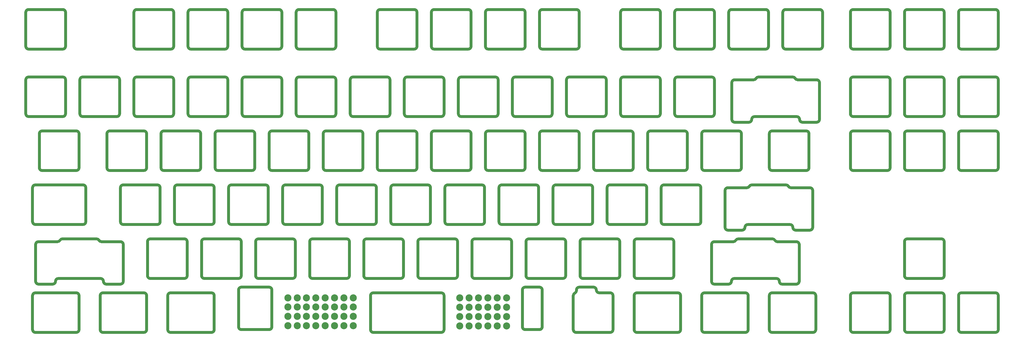
<source format=gbr>
%TF.GenerationSoftware,KiCad,Pcbnew,(5.1.9)-1*%
%TF.CreationDate,2021-02-08T17:33:52+01:00*%
%TF.ProjectId,P.01_ANSI,502e3031-5f41-44e5-9349-2e6b69636164,rev?*%
%TF.SameCoordinates,Original*%
%TF.FileFunction,Soldermask,Bot*%
%TF.FilePolarity,Negative*%
%FSLAX46Y46*%
G04 Gerber Fmt 4.6, Leading zero omitted, Abs format (unit mm)*
G04 Created by KiCad (PCBNEW (5.1.9)-1) date 2021-02-08 17:33:52*
%MOMM*%
%LPD*%
G01*
G04 APERTURE LIST*
%ADD10C,1.000000*%
%ADD11C,2.500000*%
G04 APERTURE END LIST*
D10*
X-9813799Y-39027099D02*
X-9813799Y-51027099D01*
X-9813800Y-74839599D02*
X-9813800Y-62839599D01*
X185161200Y-81889605D02*
X185161199Y-93889605D01*
X171161200Y-81889604D02*
G75*
G02*
X172161200Y-80889604I1000000J0D01*
G01*
X172161199Y-94889604D02*
G75*
G02*
X171161199Y-93889604I0J1000000D01*
G01*
X171161199Y-93889604D02*
X171161200Y-81889604D01*
X127011200Y-80889603D02*
X115011200Y-80889603D01*
X89911199Y-93889602D02*
G75*
G02*
X88911199Y-94889602I-1000000J0D01*
G01*
X114011200Y-81889603D02*
X114011199Y-93889603D01*
X185161199Y-93889605D02*
G75*
G02*
X184161199Y-94889605I-1000000J0D01*
G01*
X115011199Y-94889603D02*
G75*
G02*
X114011199Y-93889603I0J1000000D01*
G01*
X89911199Y-93889602D02*
X89911200Y-81889602D01*
X128011199Y-93889603D02*
X128011200Y-81889603D01*
X128011199Y-93889603D02*
G75*
G02*
X127011199Y-94889603I-1000000J0D01*
G01*
X115011199Y-94889603D02*
X127011199Y-94889603D01*
X127011200Y-80889603D02*
G75*
G02*
X128011200Y-81889603I0J-1000000D01*
G01*
X114011200Y-81889603D02*
G75*
G02*
X115011200Y-80889603I1000000J0D01*
G01*
X184161200Y-80889605D02*
G75*
G02*
X185161200Y-81889605I0J-1000000D01*
G01*
X76911199Y-94889602D02*
G75*
G02*
X75911199Y-93889602I0J1000000D01*
G01*
X172161200Y-80889604D02*
X184161200Y-80889605D01*
X76911199Y-94889602D02*
X88911199Y-94889602D01*
X184161199Y-94889605D02*
X172161199Y-94889604D01*
X134061201Y-52027103D02*
X146061201Y-52027104D01*
X137536200Y-74839603D02*
G75*
G02*
X136536200Y-75839603I-1000000J0D01*
G01*
X124536200Y-61839603D02*
X136536200Y-61839603D01*
X123536200Y-74839603D02*
X123536200Y-62839603D01*
X94673699Y-100939602D02*
X94673699Y-112939602D01*
X150823699Y-113939604D02*
X138823699Y-113939604D01*
X80673699Y-100939602D02*
G75*
G02*
X81673699Y-99939602I1000000J0D01*
G01*
X93673699Y-113939602D02*
X81673699Y-113939602D01*
X150823699Y-99939604D02*
G75*
G02*
X151823699Y-100939604I0J-1000000D01*
G01*
X142586200Y-62839604D02*
G75*
G02*
X143586200Y-61839604I1000000J0D01*
G01*
X138823699Y-113939604D02*
G75*
G02*
X137823699Y-112939604I0J1000000D01*
G01*
X253123698Y-152039607D02*
G75*
G02*
X252123698Y-151039607I0J1000000D01*
G01*
X137536200Y-62839604D02*
X137536200Y-74839604D01*
X80673699Y-112939602D02*
X80673699Y-100939602D01*
X252123698Y-139039607D02*
G75*
G02*
X253123698Y-138039607I1000000J0D01*
G01*
X143586200Y-61839604D02*
X155586200Y-61839604D01*
X136536201Y-61839603D02*
G75*
G02*
X137536200Y-62839604I-1J-1000000D01*
G01*
X143586200Y-75839604D02*
G75*
G02*
X142586200Y-74839604I0J1000000D01*
G01*
X165111201Y-38027104D02*
G75*
G02*
X166111201Y-39027104I0J-1000000D01*
G01*
X267504948Y-138039607D02*
G75*
G02*
X268504948Y-139039607I0J-1000000D01*
G01*
X133061201Y-39027103D02*
G75*
G02*
X134061201Y-38027103I1000000J0D01*
G01*
X94673699Y-112939602D02*
G75*
G02*
X93673699Y-113939602I-1000000J0D01*
G01*
X123536200Y-62839603D02*
G75*
G02*
X124536200Y-61839603I1000000J0D01*
G01*
X153111201Y-52027104D02*
G75*
G02*
X152111201Y-51027104I0J1000000D01*
G01*
X88911200Y-80889602D02*
X76911200Y-80889602D01*
X136536200Y-75839603D02*
X124536200Y-75839603D01*
X156586200Y-62839604D02*
X156586200Y-74839604D01*
X81673699Y-99939602D02*
X93673699Y-99939602D01*
X133061201Y-39027103D02*
X133061201Y-51027103D01*
X252123698Y-151039607D02*
X252123698Y-139039607D01*
X93673699Y-99939602D02*
G75*
G02*
X94673699Y-100939602I0J-1000000D01*
G01*
X153111201Y-52027104D02*
X165111201Y-52027104D01*
X268504948Y-151039607D02*
G75*
G02*
X267504948Y-152039607I-1000000J0D01*
G01*
X75911200Y-81889602D02*
G75*
G02*
X76911200Y-80889602I1000000J0D01*
G01*
X81673699Y-113939602D02*
G75*
G02*
X80673699Y-112939602I0J1000000D01*
G01*
X146061201Y-38027104D02*
G75*
G02*
X147061201Y-39027104I0J-1000000D01*
G01*
X147061201Y-51027104D02*
G75*
G02*
X146061201Y-52027104I-1000000J0D01*
G01*
X151823699Y-112939604D02*
G75*
G02*
X150823699Y-113939604I-1000000J0D01*
G01*
X138823699Y-99939604D02*
X150823699Y-99939604D01*
X137823699Y-112939604D02*
X137823699Y-100939604D01*
X152111201Y-39027104D02*
G75*
G02*
X153111201Y-38027104I1000000J0D01*
G01*
X156586200Y-74839604D02*
G75*
G02*
X155586200Y-75839604I-1000000J0D01*
G01*
X267504948Y-152039607D02*
X253123698Y-152039607D01*
X146061201Y-38027104D02*
X134061201Y-38027103D01*
X124536200Y-75839603D02*
G75*
G02*
X123536200Y-74839603I0J1000000D01*
G01*
X152111201Y-39027104D02*
X152111201Y-51027104D01*
X166111201Y-51027104D02*
X166111201Y-39027104D01*
X155586200Y-75839604D02*
X143586200Y-75839604D01*
X75623699Y-112939602D02*
X75623699Y-100939602D01*
X137823699Y-100939604D02*
G75*
G02*
X138823699Y-99939604I1000000J0D01*
G01*
X62623699Y-113939601D02*
G75*
G02*
X61623699Y-112939601I0J1000000D01*
G01*
X62623699Y-113939601D02*
X74623699Y-113939602D01*
X253123698Y-138039607D02*
X267504948Y-138039607D01*
X75623699Y-112939602D02*
G75*
G02*
X74623699Y-113939602I-1000000J0D01*
G01*
X166111201Y-51027104D02*
G75*
G02*
X165111201Y-52027104I-1000000J0D01*
G01*
X147061201Y-51027104D02*
X147061201Y-39027104D01*
X134061201Y-52027103D02*
G75*
G02*
X133061201Y-51027103I0J1000000D01*
G01*
X151823699Y-100939604D02*
X151823699Y-112939604D01*
X268504948Y-139039607D02*
X268504948Y-151039607D01*
X142586200Y-74839604D02*
X142586200Y-62839604D01*
X155586200Y-61839604D02*
G75*
G02*
X156586200Y-62839604I0J-1000000D01*
G01*
X165111201Y-38027104D02*
X153111201Y-38027104D01*
X75911200Y-81889602D02*
X75911199Y-93889602D01*
X88911200Y-80889602D02*
G75*
G02*
X89911200Y-81889602I0J-1000000D01*
G01*
X195973699Y-113939605D02*
G75*
G02*
X194973699Y-112939605I0J1000000D01*
G01*
X146061199Y-94889604D02*
X134061199Y-94889603D01*
X133061199Y-93889603D02*
X133061200Y-81889603D01*
X147061199Y-93889604D02*
G75*
G02*
X146061199Y-94889604I-1000000J0D01*
G01*
X196067448Y-138039605D02*
G75*
G02*
X197067448Y-139039605I0J-1000000D01*
G01*
X146061200Y-80889604D02*
G75*
G02*
X147061200Y-81889604I0J-1000000D01*
G01*
X195973699Y-113939605D02*
X207973699Y-113939605D01*
X134061199Y-94889603D02*
G75*
G02*
X133061199Y-93889603I0J1000000D01*
G01*
X208973699Y-112939606D02*
X208973699Y-100939606D01*
X200736200Y-75839605D02*
G75*
G02*
X199736200Y-74839605I0J1000000D01*
G01*
X196067448Y-138039605D02*
X192186198Y-138039605D01*
X213736200Y-74839606D02*
G75*
G02*
X212736200Y-75839606I-1000000J0D01*
G01*
X184186198Y-137039605D02*
X184186198Y-137244222D01*
X207973699Y-99939605D02*
X195973699Y-99939605D01*
X199736200Y-74839605D02*
X199736200Y-62839605D01*
X199736200Y-62839605D02*
G75*
G02*
X200736200Y-61839605I1000000J0D01*
G01*
X134061200Y-80889603D02*
X146061200Y-80889604D01*
X133061200Y-81889603D02*
G75*
G02*
X134061200Y-80889603I1000000J0D01*
G01*
X113723699Y-112939603D02*
X113723699Y-100939603D01*
X117486200Y-61839603D02*
G75*
G02*
X118486200Y-62839603I0J-1000000D01*
G01*
X190186198Y-136039605D02*
G75*
G02*
X191186198Y-137039605I0J-1000000D01*
G01*
X213736200Y-62839606D02*
X213736200Y-74839606D01*
X99723699Y-100939602D02*
X99723699Y-112939602D01*
X208973699Y-112939605D02*
G75*
G02*
X207973699Y-113939605I-1000000J0D01*
G01*
X194973699Y-100939605D02*
X194973699Y-112939605D01*
X200736200Y-61839605D02*
X212736200Y-61839606D01*
X184186199Y-137244222D02*
G75*
G02*
X183626823Y-138141914I-1000001J0D01*
G01*
X100723699Y-113939602D02*
X112723699Y-113939603D01*
X118486200Y-62839603D02*
X118486200Y-74839603D01*
X212736200Y-75839606D02*
X200736200Y-75839605D01*
X117486200Y-75839603D02*
X105486200Y-75839603D01*
X190186198Y-136039605D02*
X185186198Y-136039605D01*
X112723699Y-99939603D02*
X100723699Y-99939602D01*
X100723699Y-113939602D02*
G75*
G02*
X99723699Y-112939602I0J1000000D01*
G01*
X118486200Y-74839603D02*
G75*
G02*
X117486200Y-75839603I-1000000J0D01*
G01*
X183067448Y-139039605D02*
G75*
G02*
X183626823Y-138141914I1000000J0D01*
G01*
X113723699Y-112939603D02*
G75*
G02*
X112723699Y-113939603I-1000000J0D01*
G01*
X61623699Y-100939601D02*
X61623699Y-112939601D01*
X74623699Y-99939602D02*
X62623699Y-99939601D01*
X147061200Y-81889604D02*
X147061199Y-93889604D01*
X184186198Y-137039605D02*
G75*
G02*
X185186198Y-136039605I1000000J0D01*
G01*
X197067448Y-151039605D02*
G75*
G02*
X196067448Y-152039605I-1000000J0D01*
G01*
X183067448Y-139039605D02*
X183067448Y-151039605D01*
X112723699Y-99939603D02*
G75*
G02*
X113723699Y-100939603I0J-1000000D01*
G01*
X184067448Y-152039605D02*
G75*
G02*
X183067448Y-151039605I0J1000000D01*
G01*
X207973700Y-99939605D02*
G75*
G02*
X208973699Y-100939606I-1J-1000000D01*
G01*
X184067448Y-152039605D02*
X196067448Y-152039605D01*
X212736200Y-61839606D02*
G75*
G02*
X213736200Y-62839606I0J-1000000D01*
G01*
X61623699Y-100939601D02*
G75*
G02*
X62623699Y-99939601I1000000J0D01*
G01*
X74623699Y-99939602D02*
G75*
G02*
X75623699Y-100939602I0J-1000000D01*
G01*
X194973699Y-100939605D02*
G75*
G02*
X195973699Y-99939605I1000000J0D01*
G01*
X197067448Y-151039605D02*
X197067448Y-139039605D01*
X192186198Y-138039605D02*
G75*
G02*
X191186198Y-137039605I0J1000000D01*
G01*
X99723699Y-100939602D02*
G75*
G02*
X100723699Y-99939602I1000000J0D01*
G01*
X103198699Y-118989603D02*
G75*
G02*
X104198699Y-119989603I0J-1000000D01*
G01*
X90198699Y-119989602D02*
G75*
G02*
X91198699Y-118989602I1000000J0D01*
G01*
X128298699Y-119989603D02*
X128298698Y-131989603D01*
X90198699Y-119989602D02*
X90198698Y-131989602D01*
X91198698Y-132989602D02*
G75*
G02*
X90198698Y-131989602I0J1000000D01*
G01*
X103198699Y-118989603D02*
X91198699Y-118989602D01*
X141298699Y-118989604D02*
X129298699Y-118989603D01*
X105486200Y-61839603D02*
X117486200Y-61839603D01*
X104486200Y-62839603D02*
G75*
G02*
X105486200Y-61839603I1000000J0D01*
G01*
X105486200Y-75839603D02*
G75*
G02*
X104486200Y-74839603I0J1000000D01*
G01*
X104486200Y-74839603D02*
X104486200Y-62839603D01*
X142298698Y-131989604D02*
X142298699Y-119989604D01*
X142298698Y-131989604D02*
G75*
G02*
X141298698Y-132989604I-1000000J0D01*
G01*
X128298699Y-119989603D02*
G75*
G02*
X129298699Y-118989603I1000000J0D01*
G01*
X129298698Y-132989603D02*
X141298698Y-132989604D01*
X129298698Y-132989603D02*
G75*
G02*
X128298698Y-131989603I0J1000000D01*
G01*
X141298699Y-118989604D02*
G75*
G02*
X142298699Y-119989604I0J-1000000D01*
G01*
X136536199Y-138039603D02*
G75*
G02*
X137536198Y-139039604I-1J-1000000D01*
G01*
X243541949Y-114939607D02*
G75*
G02*
X244541949Y-113939607I1000000J0D01*
G01*
X267417949Y-114939607D02*
G75*
G02*
X266417949Y-115939607I-1000000J0D01*
G01*
X259712000Y-100939607D02*
G75*
G02*
X258845975Y-100439607I0J1000000D01*
G01*
X137536198Y-151039604D02*
X137536198Y-139039604D01*
X137536198Y-151039603D02*
G75*
G02*
X136536198Y-152039603I-1000000J0D01*
G01*
X112629948Y-152039603D02*
X136536198Y-152039603D01*
X243541949Y-114939606D02*
G75*
G02*
X242541949Y-115939606I-1000000J0D01*
G01*
X111629948Y-139039603D02*
X111629948Y-151039603D01*
X229311199Y-94889606D02*
G75*
G02*
X228311199Y-93889606I0J1000000D01*
G01*
X111629948Y-139039603D02*
G75*
G02*
X112629948Y-138039603I1000000J0D01*
G01*
X229311199Y-94889606D02*
X241311199Y-94889606D01*
X237541949Y-100939606D02*
X244247898Y-100939606D01*
X65098699Y-118989601D02*
X53098699Y-118989601D01*
X261417949Y-115939607D02*
G75*
G02*
X260417949Y-114939607I0J1000000D01*
G01*
X257979949Y-99939606D02*
G75*
G02*
X258845975Y-100439607I0J-1000001D01*
G01*
X66098698Y-131989602D02*
X66098699Y-119989602D01*
X160348698Y-132989604D02*
X148348698Y-132989604D01*
X147348699Y-119989604D02*
G75*
G02*
X148348699Y-118989604I1000000J0D01*
G01*
X52098699Y-119989601D02*
G75*
G02*
X53098699Y-118989601I1000000J0D01*
G01*
X267417949Y-101939607D02*
X267417949Y-114939607D01*
X174636200Y-61839605D02*
G75*
G02*
X175636200Y-62839605I0J-1000000D01*
G01*
X148348698Y-132989604D02*
G75*
G02*
X147348698Y-131989604I0J1000000D01*
G01*
X160348699Y-118989604D02*
G75*
G02*
X161348699Y-119989604I0J-1000000D01*
G01*
X161636200Y-74839604D02*
X161636200Y-62839604D01*
X237541949Y-115939606D02*
G75*
G02*
X236541949Y-114939606I0J1000000D01*
G01*
X66098698Y-131989601D02*
G75*
G02*
X65098698Y-132989601I-1000000J0D01*
G01*
X245113923Y-100439606D02*
G75*
G02*
X244247898Y-100939606I-866025J500000D01*
G01*
X175636200Y-62839605D02*
X175636200Y-74839605D01*
X53098698Y-132989601D02*
G75*
G02*
X52098698Y-131989601I0J1000000D01*
G01*
X266417949Y-115939607D02*
X261417949Y-115939607D01*
X259712000Y-100939607D02*
X266417949Y-100939607D01*
X174636200Y-75839605D02*
X162636200Y-75839604D01*
X65098700Y-118989601D02*
G75*
G02*
X66098699Y-119989602I-1J-1000000D01*
G01*
X236541949Y-114939606D02*
X236541949Y-101939606D01*
X242541949Y-115939606D02*
X237541949Y-115939606D01*
X259417949Y-113939607D02*
X244541949Y-113939607D01*
X52098699Y-119989601D02*
X52098698Y-131989601D01*
X161348699Y-119989604D02*
X161348698Y-131989604D01*
X162636200Y-61839604D02*
X174636200Y-61839605D01*
X175636200Y-74839605D02*
G75*
G02*
X174636200Y-75839605I-1000000J0D01*
G01*
X236541949Y-101939606D02*
G75*
G02*
X237541949Y-100939606I1000000J0D01*
G01*
X147348698Y-131989604D02*
X147348699Y-119989604D01*
X162636200Y-75839604D02*
G75*
G02*
X161636200Y-74839604I0J1000000D01*
G01*
X161348698Y-131989604D02*
G75*
G02*
X160348698Y-132989604I-1000000J0D01*
G01*
X266417949Y-100939607D02*
G75*
G02*
X267417949Y-101939607I0J-1000000D01*
G01*
X228311200Y-81889606D02*
G75*
G02*
X229311200Y-80889606I1000000J0D01*
G01*
X242311199Y-93889606D02*
X242311200Y-81889606D01*
X161636200Y-62839604D02*
G75*
G02*
X162636200Y-61839604I1000000J0D01*
G01*
X245979949Y-99939607D02*
X257979949Y-99939607D01*
X245113924Y-100439607D02*
G75*
G02*
X245979949Y-99939607I866025J-500000D01*
G01*
X241311200Y-80889606D02*
G75*
G02*
X242311200Y-81889606I0J-1000000D01*
G01*
X91198698Y-132989602D02*
X103198698Y-132989603D01*
X241311200Y-80889606D02*
X229311200Y-80889606D01*
X53098698Y-132989601D02*
X65098698Y-132989601D01*
X104198698Y-131989603D02*
X104198699Y-119989603D01*
X112629948Y-152039603D02*
G75*
G02*
X111629948Y-151039603I0J1000000D01*
G01*
X136536198Y-138039603D02*
X112629948Y-138039603D01*
X148348699Y-118989604D02*
X160348699Y-118989604D01*
X228311200Y-81889606D02*
X228311199Y-93889606D01*
X259417949Y-113939607D02*
G75*
G02*
X260417949Y-114939607I0J-1000000D01*
G01*
X242311199Y-93889606D02*
G75*
G02*
X241311199Y-94889606I-1000000J0D01*
G01*
X123248698Y-131989603D02*
X123248699Y-119989603D01*
X104198698Y-131989603D02*
G75*
G02*
X103198698Y-132989603I-1000000J0D01*
G01*
X172161201Y-38027104D02*
X184161201Y-38027105D01*
X212736201Y-38027106D02*
G75*
G02*
X213736201Y-39027106I0J-1000000D01*
G01*
X172161201Y-52027104D02*
G75*
G02*
X171161201Y-51027104I0J1000000D01*
G01*
X261655449Y-119989607D02*
G75*
G02*
X262655449Y-120989607I0J-1000000D01*
G01*
X256655448Y-134989607D02*
X261655448Y-134989607D01*
X254655448Y-132989607D02*
G75*
G02*
X255655448Y-133989607I0J-1000000D01*
G01*
X231779449Y-120989606D02*
X231779448Y-133989606D01*
X23236200Y-62839600D02*
X23236200Y-74839600D01*
X239779448Y-132989606D02*
X254655448Y-132989607D01*
X123248698Y-131989603D02*
G75*
G02*
X122248698Y-132989603I-1000000J0D01*
G01*
X199736201Y-39027105D02*
G75*
G02*
X200736201Y-38027105I1000000J0D01*
G01*
X232779448Y-134989606D02*
G75*
G02*
X231779448Y-133989606I0J1000000D01*
G01*
X109248699Y-119989603D02*
G75*
G02*
X110248699Y-118989603I1000000J0D01*
G01*
X200736201Y-38027105D02*
X212736201Y-38027106D01*
X199736201Y-51027105D02*
X199736201Y-39027105D01*
X56573699Y-112939601D02*
X56573699Y-100939601D01*
X76886198Y-150039602D02*
X76886198Y-137039602D01*
X262655448Y-133989607D02*
G75*
G02*
X261655448Y-134989607I-1000000J0D01*
G01*
X253217449Y-118989607D02*
G75*
G02*
X254083474Y-119489607I0J-1000000D01*
G01*
X262655448Y-133989607D02*
X262655449Y-120989607D01*
X185161201Y-51027105D02*
G75*
G02*
X184161201Y-52027105I-1000000J0D01*
G01*
X66129947Y-151039602D02*
G75*
G02*
X65129948Y-150039601I1J1000000D01*
G01*
X256655448Y-134989607D02*
G75*
G02*
X255655448Y-133989607I0J1000000D01*
G01*
X22236200Y-75839600D02*
X10236200Y-75839600D01*
X200736201Y-52027105D02*
G75*
G02*
X199736201Y-51027105I0J1000000D01*
G01*
X261655449Y-119989607D02*
X254949499Y-119989607D01*
X42573699Y-100939601D02*
G75*
G02*
X43573699Y-99939601I1000000J0D01*
G01*
X23236200Y-74839600D02*
G75*
G02*
X22236200Y-75839600I-1000000J0D01*
G01*
X55573699Y-99939601D02*
X43573699Y-99939601D01*
X66129948Y-151039602D02*
X75886198Y-151039602D01*
X171161201Y-51027104D02*
X171161201Y-39027104D01*
X10236200Y-75839600D02*
G75*
G02*
X9236200Y-74839600I0J1000000D01*
G01*
X110248698Y-132989603D02*
X122248698Y-132989603D01*
X43573699Y-113939601D02*
X55573699Y-113939601D01*
X43573699Y-113939601D02*
G75*
G02*
X42573699Y-112939601I0J1000000D01*
G01*
X42573699Y-100939601D02*
X42573699Y-112939601D01*
X171161201Y-39027104D02*
G75*
G02*
X172161201Y-38027104I1000000J0D01*
G01*
X231779449Y-120989606D02*
G75*
G02*
X232779449Y-119989606I1000000J0D01*
G01*
X238779448Y-133989606D02*
G75*
G02*
X239779448Y-132989606I1000000J0D01*
G01*
X184161201Y-52027105D02*
X172161201Y-52027104D01*
X232779448Y-134989606D02*
X237779448Y-134989606D01*
X240351424Y-119489606D02*
G75*
G02*
X241217449Y-118989606I866025J-500000D01*
G01*
X110248698Y-132989603D02*
G75*
G02*
X109248698Y-131989603I0J1000000D01*
G01*
X213736201Y-51027106D02*
G75*
G02*
X212736201Y-52027106I-1000000J0D01*
G01*
X56573699Y-112939601D02*
G75*
G02*
X55573699Y-113939601I-1000000J0D01*
G01*
X65129948Y-137039602D02*
G75*
G02*
X66129948Y-136039602I1000000J0D01*
G01*
X254949499Y-119989607D02*
G75*
G02*
X254083474Y-119489607I0J1000000D01*
G01*
X55573699Y-99939601D02*
G75*
G02*
X56573699Y-100939601I0J-1000000D01*
G01*
X240351423Y-119489606D02*
G75*
G02*
X239485398Y-119989606I-866025J500000D01*
G01*
X65129948Y-137039601D02*
X65129948Y-150039601D01*
X213736201Y-39027106D02*
X213736201Y-51027106D01*
X184161201Y-38027105D02*
G75*
G02*
X185161201Y-39027105I0J-1000000D01*
G01*
X238779448Y-133989606D02*
G75*
G02*
X237779448Y-134989606I-1000000J0D01*
G01*
X75886198Y-136039602D02*
G75*
G02*
X76886198Y-137039602I0J-1000000D01*
G01*
X9236200Y-74839600D02*
X9236200Y-62839600D01*
X185161201Y-39027105D02*
X185161201Y-51027105D01*
X109248699Y-119989603D02*
X109248698Y-131989603D01*
X122248699Y-118989603D02*
X110248699Y-118989603D01*
X76886198Y-150039602D02*
G75*
G02*
X75886198Y-151039602I-1000000J0D01*
G01*
X75886198Y-136039602D02*
X66129948Y-136039602D01*
X239485398Y-119989606D02*
X232779449Y-119989606D01*
X253217449Y-118989607D02*
X241217449Y-118989606D01*
X122248699Y-118989603D02*
G75*
G02*
X123248699Y-119989603I0J-1000000D01*
G01*
X212736201Y-52027106D02*
X200736201Y-52027105D01*
X16379948Y-151039600D02*
X16379948Y-139039600D01*
X11329949Y-112939600D02*
X11329949Y-100939600D01*
X-9813799Y-39027099D02*
G75*
G02*
X-8813799Y-38027099I1000000J0D01*
G01*
X-7432551Y-100939599D02*
G75*
G02*
X-6432551Y-99939599I1000000J0D01*
G01*
X3186200Y-61839600D02*
G75*
G02*
X4186200Y-62839600I0J-1000000D01*
G01*
X654448Y-133989600D02*
G75*
G02*
X-345552Y-134989600I-1000000J0D01*
G01*
X16530448Y-132989600D02*
G75*
G02*
X17530448Y-133989600I0J-1000000D01*
G01*
X7948700Y-80889600D02*
G75*
G02*
X8948700Y-81889600I0J-1000000D01*
G01*
X16530448Y-132989600D02*
X1654448Y-132989600D01*
X-8813799Y-52027099D02*
G75*
G02*
X-9813799Y-51027099I0J1000000D01*
G01*
X-5051300Y-81889600D02*
G75*
G02*
X-4051300Y-80889600I1000000J0D01*
G01*
X-9813800Y-62839599D02*
G75*
G02*
X-8813800Y-61839599I1000000J0D01*
G01*
X8948699Y-93889600D02*
G75*
G02*
X7948699Y-94889600I-1000000J0D01*
G01*
X-6345551Y-120989600D02*
G75*
G02*
X-5345551Y-119989600I1000000J0D01*
G01*
X7948700Y-80889600D02*
X-4051300Y-80889600D01*
X8948699Y-93889600D02*
X8948700Y-81889600D01*
X-5051300Y-81889600D02*
X-5051301Y-93889600D01*
X-4051301Y-94889600D02*
X7948699Y-94889600D01*
X3186201Y-38027100D02*
G75*
G02*
X4186201Y-39027100I0J-1000000D01*
G01*
X17379948Y-138039600D02*
X31761198Y-138039601D01*
X-6432551Y-113939599D02*
G75*
G02*
X-7432551Y-112939599I0J1000000D01*
G01*
X23530448Y-134989600D02*
X18530448Y-134989600D01*
X3092449Y-118989600D02*
X15092449Y-118989600D01*
X-5345553Y-134989600D02*
G75*
G02*
X-6345552Y-133989599I1J1000000D01*
G01*
X654448Y-133989600D02*
G75*
G02*
X1654448Y-132989600I1000000J0D01*
G01*
X32761198Y-139039601D02*
X32761198Y-151039601D01*
X4186201Y-51027100D02*
X4186201Y-39027100D01*
X16379948Y-139039600D02*
G75*
G02*
X17379948Y-138039600I1000000J0D01*
G01*
X10329949Y-99939600D02*
X-6432551Y-99939599D01*
X3186201Y-38027100D02*
X-8813799Y-38027099D01*
X10329949Y-99939600D02*
G75*
G02*
X11329949Y-100939600I0J-1000000D01*
G01*
X11329949Y-112939600D02*
G75*
G02*
X10329949Y-113939600I-1000000J0D01*
G01*
X-6432551Y-113939599D02*
X10329949Y-113939600D01*
X-7432551Y-100939599D02*
X-7432551Y-112939599D01*
X-5345551Y-119989600D02*
X1360398Y-119989600D01*
X2226424Y-119489600D02*
G75*
G02*
X3092449Y-118989600I866025J-500000D01*
G01*
X-6345552Y-133989599D02*
X-6345551Y-120989599D01*
X2226423Y-119489600D02*
G75*
G02*
X1360398Y-119989600I-866025J500000D01*
G01*
X4186200Y-62839600D02*
X4186200Y-74839600D01*
X-4051301Y-94889600D02*
G75*
G02*
X-5051301Y-93889600I0J1000000D01*
G01*
X-8813799Y-52027099D02*
X3186201Y-52027100D01*
X3186200Y-75839600D02*
X-8813800Y-75839599D01*
X4186200Y-74839600D02*
G75*
G02*
X3186200Y-75839600I-1000000J0D01*
G01*
X-345552Y-134989600D02*
X-5345552Y-134989600D01*
X4186201Y-51027100D02*
G75*
G02*
X3186201Y-52027100I-1000000J0D01*
G01*
X18530448Y-134989600D02*
G75*
G02*
X17530448Y-133989600I0J1000000D01*
G01*
X31761198Y-138039601D02*
G75*
G02*
X32761198Y-139039601I0J-1000000D01*
G01*
X-8813800Y-61839599D02*
X3186200Y-61839600D01*
X-8813800Y-75839599D02*
G75*
G02*
X-9813800Y-74839599I0J1000000D01*
G01*
X293698700Y-80889608D02*
X281698700Y-80889608D01*
X293698700Y-61839608D02*
G75*
G02*
X294698700Y-62839608I0J-1000000D01*
G01*
X294698700Y-74839608D02*
X294698700Y-62839608D01*
X280698700Y-81889608D02*
X280698699Y-93889608D01*
X294698700Y-74839608D02*
G75*
G02*
X293698700Y-75839608I-1000000J0D01*
G01*
X281698699Y-94889608D02*
G75*
G02*
X280698699Y-93889608I0J1000000D01*
G01*
X313748698Y-151039608D02*
X313748698Y-139039608D01*
X299748701Y-39027108D02*
X299748701Y-51027108D01*
X299748701Y-39027108D02*
G75*
G02*
X300748701Y-38027108I1000000J0D01*
G01*
X299748698Y-139039608D02*
G75*
G02*
X300748698Y-138039608I1000000J0D01*
G01*
X300748699Y-94889608D02*
G75*
G02*
X299748699Y-93889608I0J1000000D01*
G01*
X243692448Y-152039606D02*
X229311198Y-152039606D01*
X294698699Y-93889608D02*
X294698700Y-81889608D01*
X281698700Y-75839608D02*
G75*
G02*
X280698700Y-74839608I0J1000000D01*
G01*
X281698699Y-94889608D02*
X293698699Y-94889608D01*
X313748701Y-51027108D02*
G75*
G02*
X312748701Y-52027108I-1000000J0D01*
G01*
X220879948Y-139039606D02*
X220879948Y-151039606D01*
X243692449Y-138039606D02*
G75*
G02*
X244692448Y-139039607I-1J-1000000D01*
G01*
X229311198Y-152039606D02*
G75*
G02*
X228311198Y-151039606I0J1000000D01*
G01*
X313748699Y-93889608D02*
G75*
G02*
X312748699Y-94889608I-1000000J0D01*
G01*
X294698699Y-93889608D02*
G75*
G02*
X293698699Y-94889608I-1000000J0D01*
G01*
X229311198Y-138039606D02*
X243692448Y-138039606D01*
X313748698Y-151039608D02*
G75*
G02*
X312748698Y-152039608I-1000000J0D01*
G01*
X24530448Y-133989600D02*
G75*
G02*
X23530448Y-134989600I-1000000J0D01*
G01*
X293698700Y-61839608D02*
X281698700Y-61839608D01*
X24530449Y-120989600D02*
X24530448Y-133989600D01*
X55573698Y-138039601D02*
G75*
G02*
X56573698Y-139039601I0J-1000000D01*
G01*
X23530449Y-119989600D02*
G75*
G02*
X24530449Y-120989600I0J-1000000D01*
G01*
X16824499Y-119989600D02*
X23530449Y-119989600D01*
X56573698Y-139039601D02*
X56573698Y-151039601D01*
X312748698Y-138039608D02*
X300748698Y-138039608D01*
X300748701Y-52027108D02*
X312748701Y-52027108D01*
X300748701Y-52027108D02*
G75*
G02*
X299748701Y-51027108I0J1000000D01*
G01*
X244692448Y-139039607D02*
X244692448Y-151039607D01*
X16824499Y-119989600D02*
G75*
G02*
X15958474Y-119489600I0J1000000D01*
G01*
X15092449Y-118989600D02*
G75*
G02*
X15958474Y-119489600I0J-1000000D01*
G01*
X312748701Y-38027108D02*
X300748701Y-38027108D01*
X56573698Y-151039601D02*
G75*
G02*
X55573698Y-152039601I-1000000J0D01*
G01*
X244692448Y-151039606D02*
G75*
G02*
X243692448Y-152039606I-1000000J0D01*
G01*
X40192448Y-139039601D02*
G75*
G02*
X41192448Y-138039601I1000000J0D01*
G01*
X312748698Y-138039608D02*
G75*
G02*
X313748698Y-139039608I0J-1000000D01*
G01*
X299748698Y-139039608D02*
X299748698Y-151039608D01*
X280698700Y-62839608D02*
G75*
G02*
X281698700Y-61839608I1000000J0D01*
G01*
X280698700Y-62839608D02*
X280698700Y-74839608D01*
X300748698Y-152039608D02*
G75*
G02*
X299748698Y-151039608I0J1000000D01*
G01*
X299748700Y-81889608D02*
G75*
G02*
X300748700Y-80889608I1000000J0D01*
G01*
X228311198Y-151039606D02*
X228311198Y-139039606D01*
X300748698Y-152039608D02*
X312748698Y-152039608D01*
X312748701Y-38027108D02*
G75*
G02*
X313748701Y-39027108I0J-1000000D01*
G01*
X312748700Y-80889608D02*
X300748700Y-80889608D01*
X313748699Y-93889608D02*
X313748700Y-81889608D01*
X300748699Y-94889608D02*
X312748699Y-94889608D01*
X228311198Y-139039606D02*
G75*
G02*
X229311198Y-138039606I1000000J0D01*
G01*
X280698700Y-81889608D02*
G75*
G02*
X281698700Y-80889608I1000000J0D01*
G01*
X41192448Y-152039601D02*
G75*
G02*
X40192448Y-151039601I0J1000000D01*
G01*
X281698700Y-75839608D02*
X293698700Y-75839608D01*
X40192448Y-151039601D02*
X40192448Y-139039601D01*
X55573698Y-152039601D02*
X41192448Y-152039601D01*
X313748701Y-51027108D02*
X313748701Y-39027108D01*
X299748700Y-81889608D02*
X299748699Y-93889608D01*
X41192448Y-138039601D02*
X55573698Y-138039601D01*
X220879948Y-151039606D02*
G75*
G02*
X219879948Y-152039606I-1000000J0D01*
G01*
X293698700Y-80889608D02*
G75*
G02*
X294698700Y-81889608I0J-1000000D01*
G01*
X312748700Y-80889608D02*
G75*
G02*
X313748700Y-81889608I0J-1000000D01*
G01*
X332798698Y-139039609D02*
X332798698Y-151039609D01*
X281698698Y-152039608D02*
G75*
G02*
X280698698Y-151039608I0J1000000D01*
G01*
X318798698Y-151039609D02*
X318798698Y-139039609D01*
X332798701Y-39027109D02*
X332798701Y-51027109D01*
X281698701Y-52027108D02*
X293698701Y-52027108D01*
X294698698Y-151039608D02*
X294698698Y-139039608D01*
X318798699Y-93889609D02*
X318798700Y-81889609D01*
X300748698Y-132989608D02*
G75*
G02*
X299748698Y-131989608I0J1000000D01*
G01*
X331798698Y-152039609D02*
X319798698Y-152039609D01*
X293698701Y-38027108D02*
X281698701Y-38027108D01*
X294698701Y-51027108D02*
X294698701Y-39027108D01*
X299748698Y-131989608D02*
X299748699Y-119989608D01*
X331798699Y-94889609D02*
X319798699Y-94889609D01*
X319798700Y-80889609D02*
X331798700Y-80889609D01*
X318798700Y-81889609D02*
G75*
G02*
X319798700Y-80889609I1000000J0D01*
G01*
X331798698Y-138039609D02*
G75*
G02*
X332798698Y-139039609I0J-1000000D01*
G01*
X293698698Y-138039608D02*
G75*
G02*
X294698698Y-139039608I0J-1000000D01*
G01*
X331798700Y-80889609D02*
G75*
G02*
X332798700Y-81889609I0J-1000000D01*
G01*
X331798701Y-52027109D02*
X319798701Y-52027109D01*
X332798699Y-93889609D02*
G75*
G02*
X331798699Y-94889609I-1000000J0D01*
G01*
X280698701Y-39027108D02*
G75*
G02*
X281698701Y-38027108I1000000J0D01*
G01*
X281698698Y-152039608D02*
X293698698Y-152039608D01*
X332798698Y-151039609D02*
G75*
G02*
X331798698Y-152039609I-1000000J0D01*
G01*
X318798698Y-139039609D02*
G75*
G02*
X319798698Y-138039609I1000000J0D01*
G01*
X319798699Y-94889609D02*
G75*
G02*
X318798699Y-93889609I0J1000000D01*
G01*
X319798701Y-52027109D02*
G75*
G02*
X318798701Y-51027109I0J1000000D01*
G01*
X332798701Y-51027109D02*
G75*
G02*
X331798701Y-52027109I-1000000J0D01*
G01*
X319798701Y-38027109D02*
X331798701Y-38027109D01*
X318798701Y-39027109D02*
G75*
G02*
X319798701Y-38027109I1000000J0D01*
G01*
X219879948Y-138039606D02*
G75*
G02*
X220879948Y-139039606I0J-1000000D01*
G01*
X318798701Y-51027109D02*
X318798701Y-39027109D01*
X205498698Y-138039605D02*
X219879948Y-138039606D01*
X319798698Y-138039609D02*
X331798698Y-138039609D01*
X204498698Y-139039605D02*
G75*
G02*
X205498698Y-138039605I1000000J0D01*
G01*
X281698701Y-52027108D02*
G75*
G02*
X280698701Y-51027108I0J1000000D01*
G01*
X280698701Y-39027108D02*
X280698701Y-51027108D01*
X280698698Y-139039608D02*
X280698698Y-151039608D01*
X204498698Y-151039605D02*
X204498698Y-139039605D01*
X280698698Y-139039608D02*
G75*
G02*
X281698698Y-138039608I1000000J0D01*
G01*
X332798700Y-81889609D02*
X332798699Y-93889609D01*
X205498698Y-152039605D02*
G75*
G02*
X204498698Y-151039605I0J1000000D01*
G01*
X219879948Y-152039606D02*
X205498698Y-152039605D01*
X293698698Y-138039608D02*
X281698698Y-138039608D01*
X294698701Y-51027108D02*
G75*
G02*
X293698701Y-52027108I-1000000J0D01*
G01*
X319798698Y-152039609D02*
G75*
G02*
X318798698Y-151039609I0J1000000D01*
G01*
X331798701Y-38027109D02*
G75*
G02*
X332798701Y-39027109I0J-1000000D01*
G01*
X293698701Y-38027108D02*
G75*
G02*
X294698701Y-39027108I0J-1000000D01*
G01*
X294698698Y-151039608D02*
G75*
G02*
X293698698Y-152039608I-1000000J0D01*
G01*
X312748700Y-75839608D02*
X300748700Y-75839608D01*
X331798700Y-75839609D02*
X319798700Y-75839609D01*
X312748699Y-118989608D02*
G75*
G02*
X313748699Y-119989608I0J-1000000D01*
G01*
X300748699Y-118989608D02*
X312748699Y-118989608D01*
X319798700Y-75839609D02*
G75*
G02*
X318798700Y-74839609I0J1000000D01*
G01*
X299748699Y-119989608D02*
G75*
G02*
X300748699Y-118989608I1000000J0D01*
G01*
X312748700Y-61839608D02*
G75*
G02*
X313748700Y-62839608I0J-1000000D01*
G01*
X300748700Y-61839608D02*
X312748700Y-61839608D01*
X331798700Y-61839609D02*
G75*
G02*
X332798700Y-62839609I0J-1000000D01*
G01*
X299748700Y-62839608D02*
G75*
G02*
X300748700Y-61839608I1000000J0D01*
G01*
X318798700Y-62839609D02*
G75*
G02*
X319798700Y-61839609I1000000J0D01*
G01*
X319798700Y-61839609D02*
X331798700Y-61839609D01*
X313748700Y-62839608D02*
X313748700Y-74839608D01*
X313748700Y-74839608D02*
G75*
G02*
X312748700Y-75839608I-1000000J0D01*
G01*
X318798700Y-74839609D02*
X318798700Y-62839609D01*
X332798700Y-74839609D02*
G75*
G02*
X331798700Y-75839609I-1000000J0D01*
G01*
X300748700Y-75839608D02*
G75*
G02*
X299748700Y-74839608I0J1000000D01*
G01*
X299748700Y-74839608D02*
X299748700Y-62839608D01*
X332798700Y-62839609D02*
X332798700Y-74839609D01*
X312748698Y-132989608D02*
X300748698Y-132989608D01*
X313748698Y-131989608D02*
G75*
G02*
X312748698Y-132989608I-1000000J0D01*
G01*
X313748699Y-119989608D02*
X313748698Y-131989608D01*
X24523699Y-113939600D02*
G75*
G02*
X23523699Y-112939600I0J1000000D01*
G01*
X23523699Y-100939600D02*
X23523699Y-112939600D01*
X24523699Y-113939600D02*
X36523699Y-113939601D01*
X263799200Y-77839607D02*
G75*
G02*
X262799200Y-76839607I0J1000000D01*
G01*
X246923200Y-75839607D02*
X261799200Y-75839607D01*
X23523699Y-100939600D02*
G75*
G02*
X24523699Y-99939600I1000000J0D01*
G01*
X269799200Y-76839607D02*
G75*
G02*
X268799200Y-77839607I-1000000J0D01*
G01*
X263799200Y-77839607D02*
X268799200Y-77839607D01*
X37523699Y-112939601D02*
X37523699Y-100939601D01*
X260361200Y-61839606D02*
G75*
G02*
X261227226Y-62339607I0J-1000001D01*
G01*
X269799200Y-76839607D02*
X269799200Y-63839607D01*
X246629149Y-62839607D02*
X239923200Y-62839606D01*
X245923200Y-76839607D02*
G75*
G02*
X246923200Y-75839607I1000000J0D01*
G01*
X239923200Y-77839606D02*
X244923200Y-77839607D01*
X268799200Y-62839607D02*
X262093251Y-62839607D01*
X261799200Y-75839607D02*
G75*
G02*
X262799200Y-76839607I0J-1000000D01*
G01*
X238923200Y-63839606D02*
G75*
G02*
X239923200Y-62839606I1000000J0D01*
G01*
X239923200Y-77839606D02*
G75*
G02*
X238923200Y-76839606I0J1000000D01*
G01*
X36523699Y-99939601D02*
G75*
G02*
X37523699Y-100939601I0J-1000000D01*
G01*
X247495175Y-62339607D02*
G75*
G02*
X248361200Y-61839607I866025J-500000D01*
G01*
X268799200Y-62839607D02*
G75*
G02*
X269799200Y-63839607I0J-1000000D01*
G01*
X238923200Y-63839606D02*
X238923200Y-76839606D01*
X36523699Y-99939601D02*
X24523699Y-99939600D01*
X262093251Y-62839607D02*
G75*
G02*
X261227226Y-62339607I0J1000000D01*
G01*
X260361200Y-61839607D02*
X248361200Y-61839607D01*
X245923200Y-76839607D02*
G75*
G02*
X244923200Y-77839607I-1000000J0D01*
G01*
X37523699Y-112939601D02*
G75*
G02*
X36523699Y-113939601I-1000000J0D01*
G01*
X247495174Y-62339607D02*
G75*
G02*
X246629149Y-62839607I-866025J500000D01*
G01*
X-6432552Y-152039599D02*
G75*
G02*
X-7432552Y-151039599I0J1000000D01*
G01*
X204211200Y-81889605D02*
X204211199Y-93889605D01*
X252123700Y-81889607D02*
G75*
G02*
X253123700Y-80889607I1000000J0D01*
G01*
X-7432552Y-139039599D02*
X-7432552Y-151039599D01*
X228023699Y-112939606D02*
G75*
G02*
X227023699Y-113939606I-1000000J0D01*
G01*
X-7432552Y-139039599D02*
G75*
G02*
X-6432552Y-138039599I1000000J0D01*
G01*
X7948698Y-138039600D02*
X-6432552Y-138039599D01*
X204211199Y-93889605D02*
G75*
G02*
X203211199Y-94889605I-1000000J0D01*
G01*
X7948698Y-138039600D02*
G75*
G02*
X8948698Y-139039600I0J-1000000D01*
G01*
X250836201Y-38027107D02*
G75*
G02*
X251836201Y-39027107I0J-1000000D01*
G01*
X228023699Y-112939606D02*
X228023699Y-100939606D01*
X269886201Y-38027107D02*
G75*
G02*
X270886201Y-39027107I0J-1000000D01*
G01*
X227023699Y-99939606D02*
X215023699Y-99939606D01*
X251836201Y-39027107D02*
X251836201Y-51027107D01*
X47048698Y-131989601D02*
X47048699Y-119989601D01*
X265123700Y-80889607D02*
G75*
G02*
X266123700Y-81889607I0J-1000000D01*
G01*
X34048698Y-132989601D02*
X46048698Y-132989601D01*
X257886201Y-52027107D02*
X269886201Y-52027107D01*
X214023699Y-100939606D02*
X214023699Y-112939606D01*
X46048699Y-118989601D02*
G75*
G02*
X47048699Y-119989601I0J-1000000D01*
G01*
X252123699Y-93889607D02*
X252123700Y-81889607D01*
X127011201Y-52027103D02*
X115011201Y-52027103D01*
X215023699Y-113939606D02*
X227023699Y-113939606D01*
X227023699Y-99939606D02*
G75*
G02*
X228023699Y-100939606I0J-1000000D01*
G01*
X127011201Y-38027103D02*
G75*
G02*
X128011201Y-39027103I0J-1000000D01*
G01*
X191211199Y-94889605D02*
G75*
G02*
X190211199Y-93889605I0J1000000D01*
G01*
X256886201Y-39027107D02*
G75*
G02*
X257886201Y-38027107I1000000J0D01*
G01*
X34048698Y-132989601D02*
G75*
G02*
X33048698Y-131989601I0J1000000D01*
G01*
X115011201Y-52027103D02*
G75*
G02*
X114011201Y-51027103I0J1000000D01*
G01*
X270886201Y-51027107D02*
G75*
G02*
X269886201Y-52027107I-1000000J0D01*
G01*
X253123700Y-80889607D02*
X265123700Y-80889607D01*
X33048699Y-119989601D02*
G75*
G02*
X34048699Y-118989601I1000000J0D01*
G01*
X114011201Y-39027103D02*
G75*
G02*
X115011201Y-38027103I1000000J0D01*
G01*
X47048698Y-131989601D02*
G75*
G02*
X46048698Y-132989601I-1000000J0D01*
G01*
X190211199Y-93889605D02*
X190211200Y-81889605D01*
X203211199Y-94889605D02*
X191211199Y-94889605D01*
X203211200Y-80889605D02*
G75*
G02*
X204211200Y-81889605I0J-1000000D01*
G01*
X46048699Y-118989601D02*
X34048699Y-118989601D01*
X256886201Y-39027107D02*
X256886201Y-51027107D01*
X128011201Y-51027103D02*
G75*
G02*
X127011201Y-52027103I-1000000J0D01*
G01*
X114011201Y-51027103D02*
X114011201Y-39027103D01*
X190211200Y-81889605D02*
G75*
G02*
X191211200Y-80889605I1000000J0D01*
G01*
X270886201Y-51027107D02*
X270886201Y-39027107D01*
X115011201Y-38027103D02*
X127011201Y-38027103D01*
X253123699Y-94889607D02*
G75*
G02*
X252123699Y-93889607I0J1000000D01*
G01*
X8948698Y-151039600D02*
X8948698Y-139039600D01*
X257886201Y-52027107D02*
G75*
G02*
X256886201Y-51027107I0J1000000D01*
G01*
X237836201Y-39027106D02*
G75*
G02*
X238836201Y-38027106I1000000J0D01*
G01*
X250836201Y-52027107D02*
X238836201Y-52027106D01*
X128011201Y-39027103D02*
X128011201Y-51027103D01*
X238836201Y-52027106D02*
G75*
G02*
X237836201Y-51027106I0J1000000D01*
G01*
X214023699Y-100939606D02*
G75*
G02*
X215023699Y-99939606I1000000J0D01*
G01*
X237836201Y-51027106D02*
X237836201Y-39027106D01*
X33048699Y-119989601D02*
X33048698Y-131989601D01*
X215023699Y-113939606D02*
G75*
G02*
X214023699Y-112939606I0J1000000D01*
G01*
X269886201Y-38027107D02*
X257886201Y-38027107D01*
X238836201Y-38027106D02*
X250836201Y-38027107D01*
X191211200Y-80889605D02*
X203211200Y-80889605D01*
X251836201Y-51027107D02*
G75*
G02*
X250836201Y-52027107I-1000000J0D01*
G01*
X8948698Y-151039600D02*
G75*
G02*
X7948698Y-152039600I-1000000J0D01*
G01*
X-6432552Y-152039599D02*
X7948698Y-152039600D01*
X232786201Y-39027106D02*
X232786201Y-51027106D01*
X107961200Y-80889603D02*
X95961200Y-80889602D01*
X172129948Y-150039604D02*
X172129948Y-137039604D01*
X153111199Y-94889604D02*
G75*
G02*
X152111199Y-93889604I0J1000000D01*
G01*
X118773699Y-112939603D02*
X118773699Y-100939603D01*
X41286201Y-38027101D02*
G75*
G02*
X42286201Y-39027101I0J-1000000D01*
G01*
X28286201Y-39027100D02*
G75*
G02*
X29286201Y-38027100I1000000J0D01*
G01*
X186448698Y-132989605D02*
X198448698Y-132989605D01*
X42286201Y-51027101D02*
X42286201Y-39027101D01*
X266123700Y-81889607D02*
X266123699Y-93889607D01*
X166129948Y-151039604D02*
X171129948Y-151039604D01*
X28286201Y-39027100D02*
X28286201Y-51027100D01*
X85436201Y-51027102D02*
X85436201Y-39027102D01*
X98436201Y-52027102D02*
X86436201Y-52027102D01*
X172129948Y-150039604D02*
G75*
G02*
X171129948Y-151039604I-1000000J0D01*
G01*
X95961199Y-94889602D02*
X107961199Y-94889603D01*
X165129948Y-137039604D02*
G75*
G02*
X166129948Y-136039604I1000000J0D01*
G01*
X165111200Y-80889604D02*
G75*
G02*
X166111200Y-81889604I0J-1000000D01*
G01*
X131773699Y-113939603D02*
X119773699Y-113939603D01*
X119773699Y-113939603D02*
G75*
G02*
X118773699Y-112939603I0J1000000D01*
G01*
X219786201Y-52027106D02*
G75*
G02*
X218786201Y-51027106I0J1000000D01*
G01*
X166129948Y-151039604D02*
G75*
G02*
X165129948Y-150039604I0J1000000D01*
G01*
X132773699Y-100939603D02*
X132773699Y-112939603D01*
X41286201Y-38027101D02*
X29286201Y-38027100D01*
X265123699Y-94889607D02*
X253123699Y-94889607D01*
X118773699Y-100939603D02*
G75*
G02*
X119773699Y-99939603I1000000J0D01*
G01*
X85436201Y-39027102D02*
G75*
G02*
X86436201Y-38027102I1000000J0D01*
G01*
X94961200Y-81889602D02*
G75*
G02*
X95961200Y-80889602I1000000J0D01*
G01*
X218786201Y-39027106D02*
G75*
G02*
X219786201Y-38027106I1000000J0D01*
G01*
X132773699Y-112939603D02*
G75*
G02*
X131773699Y-113939603I-1000000J0D01*
G01*
X153111199Y-94889604D02*
X165111199Y-94889604D01*
X218786201Y-51027106D02*
X218786201Y-39027106D01*
X266123699Y-93889607D02*
G75*
G02*
X265123699Y-94889607I-1000000J0D01*
G01*
X171129948Y-136039604D02*
G75*
G02*
X172129948Y-137039604I0J-1000000D01*
G01*
X231786201Y-38027106D02*
G75*
G02*
X232786201Y-39027106I0J-1000000D01*
G01*
X219786201Y-38027106D02*
X231786201Y-38027106D01*
X166111199Y-93889604D02*
G75*
G02*
X165111199Y-94889604I-1000000J0D01*
G01*
X186448698Y-132989605D02*
G75*
G02*
X185448698Y-131989605I0J1000000D01*
G01*
X42286201Y-51027101D02*
G75*
G02*
X41286201Y-52027101I-1000000J0D01*
G01*
X152111200Y-81889604D02*
X152111199Y-93889604D01*
X29286201Y-52027100D02*
G75*
G02*
X28286201Y-51027100I0J1000000D01*
G01*
X198448699Y-118989605D02*
X186448699Y-118989605D01*
X98436201Y-38027102D02*
G75*
G02*
X99436201Y-39027102I0J-1000000D01*
G01*
X86436201Y-38027102D02*
X98436201Y-38027102D01*
X107961200Y-80889603D02*
G75*
G02*
X108961200Y-81889603I0J-1000000D01*
G01*
X119773699Y-99939603D02*
X131773699Y-99939603D01*
X171129948Y-136039604D02*
X166129948Y-136039604D01*
X165129948Y-137039604D02*
X165129948Y-150039604D01*
X185448699Y-119989605D02*
G75*
G02*
X186448699Y-118989605I1000000J0D01*
G01*
X131773699Y-99939603D02*
G75*
G02*
X132773699Y-100939603I0J-1000000D01*
G01*
X108961199Y-93889603D02*
X108961200Y-81889603D01*
X232786201Y-51027106D02*
G75*
G02*
X231786201Y-52027106I-1000000J0D01*
G01*
X29286201Y-52027100D02*
X41286201Y-52027101D01*
X165111200Y-80889604D02*
X153111200Y-80889604D01*
X86436201Y-52027102D02*
G75*
G02*
X85436201Y-51027102I0J1000000D01*
G01*
X231786201Y-52027106D02*
X219786201Y-52027106D01*
X99436201Y-51027102D02*
G75*
G02*
X98436201Y-52027102I-1000000J0D01*
G01*
X108961199Y-93889603D02*
G75*
G02*
X107961199Y-94889603I-1000000J0D01*
G01*
X166111199Y-93889604D02*
X166111200Y-81889604D01*
X152111200Y-81889604D02*
G75*
G02*
X153111200Y-80889604I1000000J0D01*
G01*
X99436201Y-39027102D02*
X99436201Y-51027102D01*
X185448699Y-119989605D02*
X185448698Y-131989605D01*
X95961199Y-94889602D02*
G75*
G02*
X94961199Y-93889602I0J1000000D01*
G01*
X94961200Y-81889602D02*
X94961199Y-93889602D01*
X31761200Y-80889601D02*
X19761200Y-80889600D01*
X170873699Y-112939604D02*
G75*
G02*
X169873699Y-113939604I-1000000J0D01*
G01*
X19761199Y-94889600D02*
X31761199Y-94889601D01*
X70861199Y-93889602D02*
X70861200Y-81889602D01*
X169873699Y-99939604D02*
G75*
G02*
X170873699Y-100939604I0J-1000000D01*
G01*
X219786200Y-75839606D02*
G75*
G02*
X218786200Y-74839606I0J1000000D01*
G01*
X156873699Y-112939604D02*
X156873699Y-100939604D01*
X157873699Y-113939604D02*
G75*
G02*
X156873699Y-112939604I0J1000000D01*
G01*
X72148698Y-132989602D02*
X84148698Y-132989602D01*
X57861199Y-94889601D02*
G75*
G02*
X56861199Y-93889601I0J1000000D01*
G01*
X169873699Y-113939604D02*
X157873699Y-113939604D01*
X60336201Y-52027101D02*
X48336201Y-52027101D01*
X47336201Y-39027101D02*
G75*
G02*
X48336201Y-38027101I1000000J0D01*
G01*
X85148698Y-131989602D02*
X85148699Y-119989602D01*
X70861199Y-93889602D02*
G75*
G02*
X69861199Y-94889602I-1000000J0D01*
G01*
X218786200Y-74839606D02*
X218786200Y-62839606D01*
X50811200Y-80889601D02*
G75*
G02*
X51811200Y-81889601I0J-1000000D01*
G01*
X51811199Y-93889601D02*
G75*
G02*
X50811199Y-94889601I-1000000J0D01*
G01*
X57861199Y-94889601D02*
X69861199Y-94889602D01*
X69861200Y-80889602D02*
X57861200Y-80889601D01*
X50811200Y-80889601D02*
X38811200Y-80889601D01*
X51811199Y-93889601D02*
X51811200Y-81889601D01*
X218786200Y-62839606D02*
G75*
G02*
X219786200Y-61839606I1000000J0D01*
G01*
X37811200Y-81889601D02*
G75*
G02*
X38811200Y-80889601I1000000J0D01*
G01*
X231786200Y-61839606D02*
G75*
G02*
X232786200Y-62839606I0J-1000000D01*
G01*
X232786200Y-74839606D02*
G75*
G02*
X231786200Y-75839606I-1000000J0D01*
G01*
X198448699Y-118989605D02*
G75*
G02*
X199448699Y-119989605I0J-1000000D01*
G01*
X60336201Y-38027101D02*
G75*
G02*
X61336201Y-39027101I0J-1000000D01*
G01*
X199448698Y-131989605D02*
X199448699Y-119989605D01*
X199448698Y-131989605D02*
G75*
G02*
X198448698Y-132989605I-1000000J0D01*
G01*
X222261200Y-80889606D02*
X210261200Y-80889606D01*
X19761199Y-94889600D02*
G75*
G02*
X18761199Y-93889600I0J1000000D01*
G01*
X18761200Y-81889600D02*
X18761199Y-93889600D01*
X222261200Y-80889606D02*
G75*
G02*
X223261200Y-81889606I0J-1000000D01*
G01*
X38811199Y-94889601D02*
G75*
G02*
X37811199Y-93889601I0J1000000D01*
G01*
X223261199Y-93889606D02*
X223261200Y-81889606D01*
X31761200Y-80889601D02*
G75*
G02*
X32761200Y-81889601I0J-1000000D01*
G01*
X232786200Y-62839606D02*
X232786200Y-74839606D01*
X223261199Y-93889606D02*
G75*
G02*
X222261199Y-94889606I-1000000J0D01*
G01*
X48336201Y-52027101D02*
G75*
G02*
X47336201Y-51027101I0J1000000D01*
G01*
X231786200Y-75839606D02*
X219786200Y-75839606D01*
X56861200Y-81889601D02*
G75*
G02*
X57861200Y-80889601I1000000J0D01*
G01*
X69861200Y-80889602D02*
G75*
G02*
X70861200Y-81889602I0J-1000000D01*
G01*
X210261199Y-94889606D02*
X222261199Y-94889606D01*
X210261199Y-94889606D02*
G75*
G02*
X209261199Y-93889606I0J1000000D01*
G01*
X48336201Y-38027101D02*
X60336201Y-38027101D01*
X209261200Y-81889606D02*
X209261199Y-93889606D01*
X32761199Y-93889601D02*
X32761200Y-81889601D01*
X61336201Y-51027101D02*
G75*
G02*
X60336201Y-52027101I-1000000J0D01*
G01*
X209261200Y-81889606D02*
G75*
G02*
X210261200Y-80889606I1000000J0D01*
G01*
X157873699Y-99939604D02*
X169873699Y-99939604D01*
X61336201Y-39027101D02*
X61336201Y-51027101D01*
X32761199Y-93889601D02*
G75*
G02*
X31761199Y-94889601I-1000000J0D01*
G01*
X47336201Y-51027101D02*
X47336201Y-39027101D01*
X84148699Y-118989602D02*
G75*
G02*
X85148699Y-119989602I0J-1000000D01*
G01*
X85148698Y-131989602D02*
G75*
G02*
X84148698Y-132989602I-1000000J0D01*
G01*
X38811199Y-94889601D02*
X50811199Y-94889601D01*
X37811200Y-81889601D02*
X37811199Y-93889601D01*
X170873699Y-100939604D02*
X170873699Y-112939604D01*
X156873699Y-100939604D02*
G75*
G02*
X157873699Y-99939604I1000000J0D01*
G01*
X219786200Y-61839606D02*
X231786200Y-61839606D01*
X84148699Y-118989602D02*
X72148699Y-118989602D01*
X56861200Y-81889601D02*
X56861199Y-93889601D01*
X18761200Y-81889600D02*
G75*
G02*
X19761200Y-80889600I1000000J0D01*
G01*
X71148699Y-119989602D02*
X71148698Y-131989602D01*
X28286200Y-62839600D02*
X28286200Y-74839600D01*
X41286200Y-61839601D02*
X29286200Y-61839600D01*
X41286200Y-61839601D02*
G75*
G02*
X42286200Y-62839601I0J-1000000D01*
G01*
X188923699Y-113939605D02*
X176923699Y-113939605D01*
X176923699Y-113939605D02*
G75*
G02*
X175923699Y-112939605I0J1000000D01*
G01*
X80386201Y-51027102D02*
X80386201Y-39027102D01*
X66386200Y-62839602D02*
G75*
G02*
X67386200Y-61839602I1000000J0D01*
G01*
X180398698Y-131989605D02*
X180398699Y-119989605D01*
X166398699Y-119989604D02*
G75*
G02*
X167398699Y-118989604I1000000J0D01*
G01*
X67386200Y-75839602D02*
G75*
G02*
X66386200Y-74839602I0J1000000D01*
G01*
X194686200Y-74839605D02*
G75*
G02*
X193686200Y-75839605I-1000000J0D01*
G01*
X42286200Y-74839601D02*
X42286200Y-62839601D01*
X188923699Y-99939605D02*
G75*
G02*
X189923699Y-100939605I0J-1000000D01*
G01*
X66386200Y-62839602D02*
X66386200Y-74839602D01*
X79386201Y-38027102D02*
X67386201Y-38027102D01*
X79386200Y-61839602D02*
G75*
G02*
X80386200Y-62839602I0J-1000000D01*
G01*
X61336200Y-74839601D02*
X61336200Y-62839601D01*
X67386201Y-52027102D02*
X79386201Y-52027102D01*
X181686200Y-75839605D02*
G75*
G02*
X180686200Y-74839605I0J1000000D01*
G01*
X189923699Y-100939605D02*
X189923699Y-112939605D01*
X61336200Y-74839601D02*
G75*
G02*
X60336200Y-75839601I-1000000J0D01*
G01*
X180398698Y-131989605D02*
G75*
G02*
X179398698Y-132989605I-1000000J0D01*
G01*
X71148699Y-119989602D02*
G75*
G02*
X72148699Y-118989602I1000000J0D01*
G01*
X67386200Y-75839602D02*
X79386200Y-75839602D01*
X99436200Y-74839602D02*
G75*
G02*
X98436200Y-75839602I-1000000J0D01*
G01*
X66386201Y-39027102D02*
G75*
G02*
X67386201Y-38027102I1000000J0D01*
G01*
X175923699Y-100939605D02*
G75*
G02*
X176923699Y-99939605I1000000J0D01*
G01*
X98436200Y-61839602D02*
G75*
G02*
X99436200Y-62839602I0J-1000000D01*
G01*
X29286200Y-75839600D02*
X41286200Y-75839601D01*
X66386201Y-39027102D02*
X66386201Y-51027102D01*
X28286200Y-62839600D02*
G75*
G02*
X29286200Y-61839600I1000000J0D01*
G01*
X179398699Y-118989605D02*
X167398699Y-118989604D01*
X60336200Y-61839601D02*
G75*
G02*
X61336200Y-62839601I0J-1000000D01*
G01*
X86436200Y-61839602D02*
X98436200Y-61839602D01*
X85436200Y-74839602D02*
X85436200Y-62839602D01*
X42286200Y-74839601D02*
G75*
G02*
X41286200Y-75839601I-1000000J0D01*
G01*
X67386201Y-52027102D02*
G75*
G02*
X66386201Y-51027102I0J1000000D01*
G01*
X60336200Y-61839601D02*
X48336200Y-61839601D01*
X79386201Y-38027102D02*
G75*
G02*
X80386201Y-39027102I0J-1000000D01*
G01*
X179398699Y-118989605D02*
G75*
G02*
X180398699Y-119989605I0J-1000000D01*
G01*
X166398699Y-119989604D02*
X166398698Y-131989604D01*
X175923699Y-112939605D02*
X175923699Y-100939605D01*
X80386200Y-74839602D02*
G75*
G02*
X79386200Y-75839602I-1000000J0D01*
G01*
X80386200Y-74839602D02*
X80386200Y-62839602D01*
X167398698Y-132989604D02*
G75*
G02*
X166398698Y-131989604I0J1000000D01*
G01*
X193686200Y-61839605D02*
G75*
G02*
X194686200Y-62839605I0J-1000000D01*
G01*
X85436200Y-62839602D02*
G75*
G02*
X86436200Y-61839602I1000000J0D01*
G01*
X167398698Y-132989604D02*
X179398698Y-132989605D01*
X99436200Y-62839602D02*
X99436200Y-74839602D01*
X181686200Y-61839605D02*
X193686200Y-61839605D01*
X180686200Y-74839605D02*
X180686200Y-62839605D01*
X193686200Y-75839605D02*
X181686200Y-75839605D01*
X48336200Y-75839601D02*
X60336200Y-75839601D01*
X80386201Y-51027102D02*
G75*
G02*
X79386201Y-52027102I-1000000J0D01*
G01*
X79386200Y-61839602D02*
X67386200Y-61839602D01*
X29286200Y-75839600D02*
G75*
G02*
X28286200Y-74839600I0J1000000D01*
G01*
X98436200Y-75839602D02*
X86436200Y-75839602D01*
X176923699Y-99939605D02*
X188923699Y-99939605D01*
X194686200Y-62839605D02*
X194686200Y-74839605D01*
X189923699Y-112939605D02*
G75*
G02*
X188923699Y-113939605I-1000000J0D01*
G01*
X72148698Y-132989602D02*
G75*
G02*
X71148698Y-131989602I0J1000000D01*
G01*
X86436200Y-75839602D02*
G75*
G02*
X85436200Y-74839602I0J1000000D01*
G01*
X180686200Y-62839605D02*
G75*
G02*
X181686200Y-61839605I1000000J0D01*
G01*
X218498699Y-119989606D02*
X218498698Y-131989606D01*
X48336200Y-75839601D02*
G75*
G02*
X47336200Y-74839601I0J1000000D01*
G01*
X47336200Y-62839601D02*
X47336200Y-74839601D01*
X47336200Y-62839601D02*
G75*
G02*
X48336200Y-61839601I1000000J0D01*
G01*
X205498698Y-132989605D02*
G75*
G02*
X204498698Y-131989605I0J1000000D01*
G01*
X217498698Y-132989606D02*
X205498698Y-132989605D01*
X218498698Y-131989606D02*
G75*
G02*
X217498698Y-132989606I-1000000J0D01*
G01*
X217498699Y-118989606D02*
G75*
G02*
X218498699Y-119989606I0J-1000000D01*
G01*
X205498699Y-118989605D02*
X217498699Y-118989606D01*
X204498699Y-119989605D02*
G75*
G02*
X205498699Y-118989605I1000000J0D01*
G01*
X204498698Y-131989605D02*
X204498699Y-119989605D01*
X22236200Y-61839600D02*
G75*
G02*
X23236200Y-62839600I0J-1000000D01*
G01*
X17379948Y-152039600D02*
G75*
G02*
X16379948Y-151039600I0J1000000D01*
G01*
X31761198Y-152039601D02*
X17379948Y-152039600D01*
X32761198Y-151039601D02*
G75*
G02*
X31761198Y-152039601I-1000000J0D01*
G01*
X10236200Y-61839600D02*
X22236200Y-61839600D01*
X9236200Y-62839600D02*
G75*
G02*
X10236200Y-61839600I1000000J0D01*
G01*
D11*
%TO.C,REF\u002A\u002A*%
X143040100Y-149771100D03*
%TD*%
%TO.C,REF\u002A\u002A*%
X159540100Y-143171100D03*
%TD*%
%TO.C,REF\u002A\u002A*%
X159540100Y-146471100D03*
%TD*%
%TO.C,REF\u002A\u002A*%
X159540100Y-149771100D03*
%TD*%
%TO.C,REF\u002A\u002A*%
X156240100Y-139871100D03*
%TD*%
%TO.C,REF\u002A\u002A*%
X152940100Y-146471100D03*
%TD*%
%TO.C,REF\u002A\u002A*%
X149640100Y-143171100D03*
%TD*%
%TO.C,REF\u002A\u002A*%
X156240100Y-143171100D03*
%TD*%
%TO.C,REF\u002A\u002A*%
X156240100Y-149771100D03*
%TD*%
%TO.C,REF\u002A\u002A*%
X152940100Y-149771100D03*
%TD*%
%TO.C,REF\u002A\u002A*%
X149640100Y-146471100D03*
%TD*%
%TO.C,REF\u002A\u002A*%
X152940100Y-139871100D03*
%TD*%
%TO.C,REF\u002A\u002A*%
X146340100Y-139871100D03*
%TD*%
%TO.C,REF\u002A\u002A*%
X146340100Y-149771100D03*
%TD*%
%TO.C,REF\u002A\u002A*%
X152940100Y-143171100D03*
%TD*%
%TO.C,REF\u002A\u002A*%
X146340100Y-143171100D03*
%TD*%
%TO.C,REF\u002A\u002A*%
X159540100Y-139871100D03*
%TD*%
%TO.C,REF\u002A\u002A*%
X143040100Y-139871100D03*
%TD*%
%TO.C,REF\u002A\u002A*%
X143040100Y-143171100D03*
%TD*%
%TO.C,REF\u002A\u002A*%
X149640100Y-139871100D03*
%TD*%
%TO.C,REF\u002A\u002A*%
X146340100Y-146471100D03*
%TD*%
%TO.C,REF\u002A\u002A*%
X149640100Y-149771100D03*
%TD*%
%TO.C,REF\u002A\u002A*%
X156240100Y-146471100D03*
%TD*%
%TO.C,REF\u002A\u002A*%
X143040100Y-146471100D03*
%TD*%
%TO.C,REF\u002A\u002A*%
X105586500Y-139794900D03*
%TD*%
%TO.C,REF\u002A\u002A*%
X105586500Y-143094900D03*
%TD*%
%TO.C,REF\u002A\u002A*%
X105586500Y-146394900D03*
%TD*%
%TO.C,REF\u002A\u002A*%
X105586500Y-149694900D03*
%TD*%
%TO.C,REF\u002A\u002A*%
X102286500Y-139794900D03*
%TD*%
%TO.C,REF\u002A\u002A*%
X102286500Y-143094900D03*
%TD*%
%TO.C,REF\u002A\u002A*%
X102286500Y-146394900D03*
%TD*%
%TO.C,REF\u002A\u002A*%
X102286500Y-149694900D03*
%TD*%
%TO.C,REF\u002A\u002A*%
X98986500Y-139794900D03*
%TD*%
%TO.C,REF\u002A\u002A*%
X98986500Y-143094900D03*
%TD*%
%TO.C,REF\u002A\u002A*%
X98986500Y-146394900D03*
%TD*%
%TO.C,REF\u002A\u002A*%
X98986500Y-149694900D03*
%TD*%
%TO.C,REF\u002A\u002A*%
X95686500Y-139794900D03*
%TD*%
%TO.C,REF\u002A\u002A*%
X95686500Y-143094900D03*
%TD*%
%TO.C,REF\u002A\u002A*%
X95686500Y-146394900D03*
%TD*%
%TO.C,REF\u002A\u002A*%
X95686500Y-149694900D03*
%TD*%
%TO.C,REF\u002A\u002A*%
X92386500Y-139794900D03*
%TD*%
%TO.C,REF\u002A\u002A*%
X92386500Y-143094900D03*
%TD*%
%TO.C,REF\u002A\u002A*%
X92386500Y-146394900D03*
%TD*%
%TO.C,REF\u002A\u002A*%
X92386500Y-149694900D03*
%TD*%
%TO.C,REF\u002A\u002A*%
X89086500Y-139794900D03*
%TD*%
%TO.C,REF\u002A\u002A*%
X89086500Y-143094900D03*
%TD*%
%TO.C,REF\u002A\u002A*%
X89086500Y-146394900D03*
%TD*%
%TO.C,REF\u002A\u002A*%
X89086500Y-149694900D03*
%TD*%
%TO.C,REF\u002A\u002A*%
X85786500Y-139794900D03*
%TD*%
%TO.C,REF\u002A\u002A*%
X85786500Y-143094900D03*
%TD*%
%TO.C,REF\u002A\u002A*%
X85786500Y-146394900D03*
%TD*%
%TO.C,REF\u002A\u002A*%
X85786500Y-149694900D03*
%TD*%
%TO.C,REF\u002A\u002A*%
X82486500Y-139794900D03*
%TD*%
%TO.C,REF\u002A\u002A*%
X82486500Y-143094900D03*
%TD*%
%TO.C,REF\u002A\u002A*%
X82486500Y-146394900D03*
%TD*%
%TO.C,REF\u002A\u002A*%
X82486500Y-149694900D03*
%TD*%
M02*

</source>
